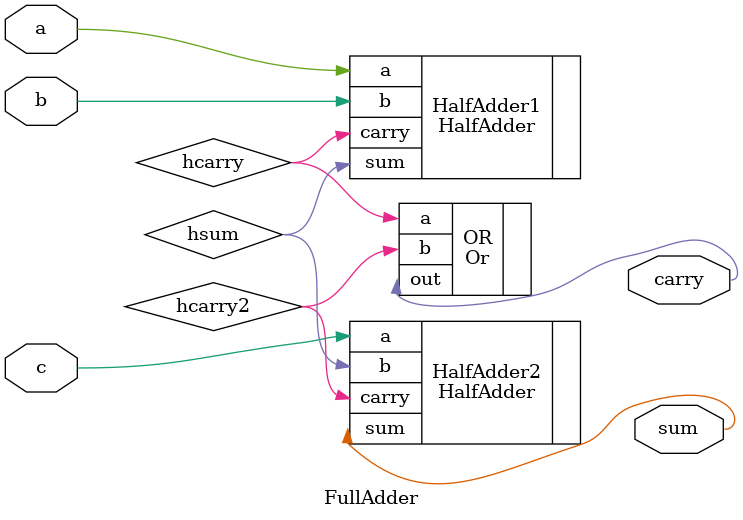
<source format=v>
/**
 * Computes the sum of three bits.
 */
`include "HalfAdder.v"
`default_nettype none

module FullAdder(
	input wire a,		//1-bit input
	input wire b,		//1-bit input
	input wire c,		//1-bit input
	output wire sum,	//Right bit of a + b + c
	output wire carry	//Left bit of a + b + c
);
// your implementation comes here:

    // HalfAdder(a=a, b=b, sum=hsum, carry=hcarry);
    // HalfAdder(a=c, b=hsum, sum=sum, carry=hcarry2);
    // Or(a=hcarry, b=hcarry2, out=carry);
    wire hsum;
    wire hcarry;
    HalfAdder HalfAdder1(.a(a),.b(b),.sum(hsum),.carry(hcarry));
    wire hcarry2;
    HalfAdder HalfAdder2(.a(c),.b(hsum),.sum(sum),.carry(hcarry2));
    Or OR(.a(hcarry),.b(hcarry2),.out(carry));

endmodule

</source>
